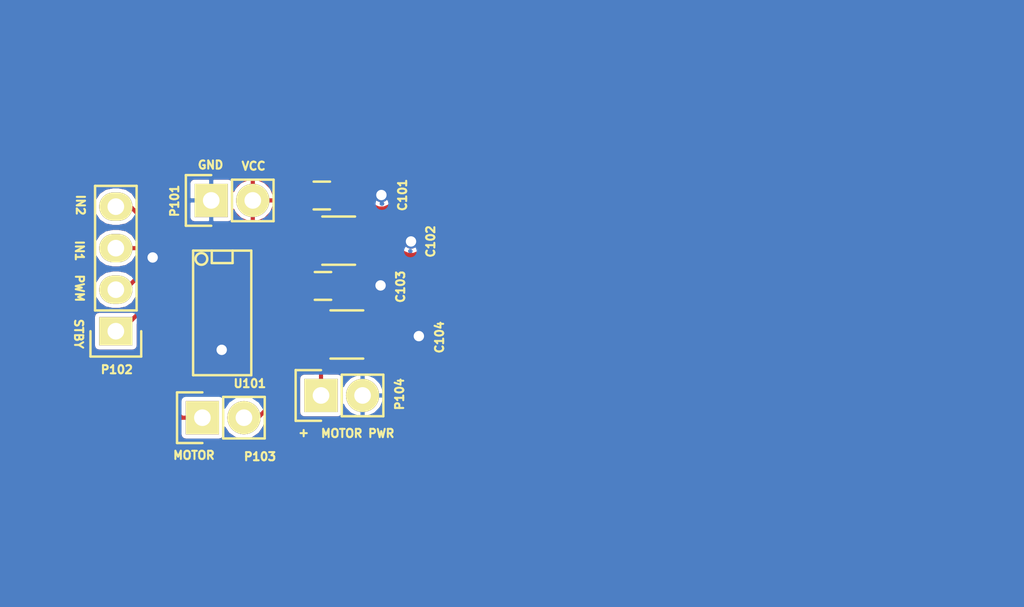
<source format=kicad_pcb>
(kicad_pcb (version 4) (host pcbnew "(2015-01-29 BZR 5396)-product")

  (general
    (links 29)
    (no_connects 0)
    (area 0 0 0 0)
    (thickness 1.6)
    (drawings 9)
    (tracks 86)
    (zones 0)
    (modules 9)
    (nets 10)
  )

  (page A4)
  (layers
    (0 F.Cu signal)
    (31 B.Cu signal hide)
    (32 B.Adhes user)
    (33 F.Adhes user)
    (34 B.Paste user)
    (35 F.Paste user)
    (36 B.SilkS user)
    (37 F.SilkS user)
    (38 B.Mask user)
    (39 F.Mask user)
    (40 Dwgs.User user)
    (41 Cmts.User user)
    (42 Eco1.User user)
    (43 Eco2.User user)
    (44 Edge.Cuts user)
    (45 Margin user)
    (46 B.CrtYd user)
    (47 F.CrtYd user)
    (48 B.Fab user)
    (49 F.Fab user)
  )

  (setup
    (last_trace_width 0.254)
    (trace_clearance 0.254)
    (zone_clearance 0.152)
    (zone_45_only no)
    (trace_min 0.254)
    (segment_width 0.2)
    (edge_width 0.1)
    (via_size 0.889)
    (via_drill 0.635)
    (via_min_size 0.889)
    (via_min_drill 0.508)
    (uvia_size 0.508)
    (uvia_drill 0.127)
    (uvias_allowed no)
    (uvia_min_size 0.508)
    (uvia_min_drill 0.127)
    (pcb_text_width 0.3)
    (pcb_text_size 1.5 1.5)
    (mod_edge_width 0.15)
    (mod_text_size 1 1)
    (mod_text_width 0.15)
    (pad_size 1.5 1.5)
    (pad_drill 0.6)
    (pad_to_mask_clearance 0)
    (aux_axis_origin 0 0)
    (visible_elements 7FFFFF7F)
    (pcbplotparams
      (layerselection 0x00030_80000001)
      (usegerberextensions false)
      (excludeedgelayer true)
      (linewidth 0.100000)
      (plotframeref false)
      (viasonmask false)
      (mode 1)
      (useauxorigin false)
      (hpglpennumber 1)
      (hpglpenspeed 20)
      (hpglpendiameter 15)
      (hpglpenoverlay 2)
      (psnegative false)
      (psa4output false)
      (plotreference true)
      (plotvalue true)
      (plotinvisibletext false)
      (padsonsilk false)
      (subtractmaskfromsilk false)
      (outputformat 1)
      (mirror false)
      (drillshape 1)
      (scaleselection 1)
      (outputdirectory ""))
  )

  (net 0 "")
  (net 1 "Net-(C101-Pad1)")
  (net 2 GND)
  (net 3 /PM+)
  (net 4 /PWM)
  (net 5 /IN2)
  (net 6 /IN1)
  (net 7 /STBY)
  (net 8 /M+)
  (net 9 "Net-(P103-Pad2)")

  (net_class Default "This is the default net class."
    (clearance 0.254)
    (trace_width 0.254)
    (via_dia 0.889)
    (via_drill 0.635)
    (uvia_dia 0.508)
    (uvia_drill 0.127)
    (add_net /IN1)
    (add_net /IN2)
    (add_net /M+)
    (add_net /PM+)
    (add_net /PWM)
    (add_net /STBY)
    (add_net GND)
    (add_net "Net-(C101-Pad1)")
    (add_net "Net-(P103-Pad2)")
  )

  (module Capacitors_SMD:C_0805_HandSoldering (layer F.Cu) (tedit 55ADACD0) (tstamp 55AD4503)
    (at 144 99.22)
    (descr "Capacitor SMD 0805, hand soldering")
    (tags "capacitor 0805")
    (path /55AD4EC6)
    (attr smd)
    (fp_text reference C101 (at 4.93 -0.03 90) (layer F.SilkS)
      (effects (font (size 0.5 0.5) (thickness 0.125)))
    )
    (fp_text value 0.1uf (at 0 2.1) (layer F.Fab) hide
      (effects (font (size 1 1) (thickness 0.15)))
    )
    (fp_line (start -2.3 -1) (end 2.3 -1) (layer F.CrtYd) (width 0.05))
    (fp_line (start -2.3 1) (end 2.3 1) (layer F.CrtYd) (width 0.05))
    (fp_line (start -2.3 -1) (end -2.3 1) (layer F.CrtYd) (width 0.05))
    (fp_line (start 2.3 -1) (end 2.3 1) (layer F.CrtYd) (width 0.05))
    (fp_line (start 0.5 -0.85) (end -0.5 -0.85) (layer F.SilkS) (width 0.15))
    (fp_line (start -0.5 0.85) (end 0.5 0.85) (layer F.SilkS) (width 0.15))
    (pad 1 smd rect (at -1.25 0) (size 1.5 1.25) (layers F.Cu F.Paste F.Mask)
      (net 1 "Net-(C101-Pad1)"))
    (pad 2 smd rect (at 1.25 0) (size 1.5 1.25) (layers F.Cu F.Paste F.Mask)
      (net 2 GND))
    (model Capacitors_SMD.3dshapes/C_0805_HandSoldering.wrl
      (at (xyz 0 0 0))
      (scale (xyz 1 1 1))
      (rotate (xyz 0 0 0))
    )
  )

  (module Capacitors_SMD:C_1210_HandSoldering (layer F.Cu) (tedit 55ADACD6) (tstamp 55AD4509)
    (at 145.03 101.98)
    (descr "Capacitor SMD 1210, hand soldering")
    (tags "capacitor 1210")
    (path /55AD4F1B)
    (attr smd)
    (fp_text reference C102 (at 5.62 0.05 90) (layer F.SilkS)
      (effects (font (size 0.5 0.5) (thickness 0.125)))
    )
    (fp_text value 10uf (at 0 2.7) (layer F.Fab) hide
      (effects (font (size 1 1) (thickness 0.15)))
    )
    (fp_line (start -3.3 -1.6) (end 3.3 -1.6) (layer F.CrtYd) (width 0.05))
    (fp_line (start -3.3 1.6) (end 3.3 1.6) (layer F.CrtYd) (width 0.05))
    (fp_line (start -3.3 -1.6) (end -3.3 1.6) (layer F.CrtYd) (width 0.05))
    (fp_line (start 3.3 -1.6) (end 3.3 1.6) (layer F.CrtYd) (width 0.05))
    (fp_line (start 1 -1.475) (end -1 -1.475) (layer F.SilkS) (width 0.15))
    (fp_line (start -1 1.475) (end 1 1.475) (layer F.SilkS) (width 0.15))
    (pad 1 smd rect (at -2 0) (size 2 2.5) (layers F.Cu F.Paste F.Mask)
      (net 1 "Net-(C101-Pad1)"))
    (pad 2 smd rect (at 2 0) (size 2 2.5) (layers F.Cu F.Paste F.Mask)
      (net 2 GND))
    (model Capacitors_SMD.3dshapes/C_1210_HandSoldering.wrl
      (at (xyz 0 0 0))
      (scale (xyz 1 1 1))
      (rotate (xyz 0 0 0))
    )
  )

  (module Capacitors_SMD:C_0805_HandSoldering (layer F.Cu) (tedit 55ADACD9) (tstamp 55AD450F)
    (at 144.07 104.75)
    (descr "Capacitor SMD 0805, hand soldering")
    (tags "capacitor 0805")
    (path /55AD3DC3)
    (attr smd)
    (fp_text reference C103 (at 4.74 0.05 90) (layer F.SilkS)
      (effects (font (size 0.5 0.5) (thickness 0.125)))
    )
    (fp_text value 0.1uf (at 0 2.1) (layer F.Fab) hide
      (effects (font (size 1 1) (thickness 0.15)))
    )
    (fp_line (start -2.3 -1) (end 2.3 -1) (layer F.CrtYd) (width 0.05))
    (fp_line (start -2.3 1) (end 2.3 1) (layer F.CrtYd) (width 0.05))
    (fp_line (start -2.3 -1) (end -2.3 1) (layer F.CrtYd) (width 0.05))
    (fp_line (start 2.3 -1) (end 2.3 1) (layer F.CrtYd) (width 0.05))
    (fp_line (start 0.5 -0.85) (end -0.5 -0.85) (layer F.SilkS) (width 0.15))
    (fp_line (start -0.5 0.85) (end 0.5 0.85) (layer F.SilkS) (width 0.15))
    (pad 1 smd rect (at -1.25 0) (size 1.5 1.25) (layers F.Cu F.Paste F.Mask)
      (net 3 /PM+))
    (pad 2 smd rect (at 1.25 0) (size 1.5 1.25) (layers F.Cu F.Paste F.Mask)
      (net 2 GND))
    (model Capacitors_SMD.3dshapes/C_0805_HandSoldering.wrl
      (at (xyz 0 0 0))
      (scale (xyz 1 1 1))
      (rotate (xyz 0 0 0))
    )
  )

  (module Capacitors_SMD:C_1210_HandSoldering (layer F.Cu) (tedit 55ADAC72) (tstamp 55AD4515)
    (at 145.53 107.72)
    (descr "Capacitor SMD 1210, hand soldering")
    (tags "capacitor 1210")
    (path /55AD3DEE)
    (attr smd)
    (fp_text reference C104 (at 5.66 0.17 90) (layer F.SilkS)
      (effects (font (size 0.5 0.5) (thickness 0.125)))
    )
    (fp_text value 10uf (at 0 2.7) (layer F.Fab) hide
      (effects (font (size 1 1) (thickness 0.15)))
    )
    (fp_line (start -3.3 -1.6) (end 3.3 -1.6) (layer F.CrtYd) (width 0.05))
    (fp_line (start -3.3 1.6) (end 3.3 1.6) (layer F.CrtYd) (width 0.05))
    (fp_line (start -3.3 -1.6) (end -3.3 1.6) (layer F.CrtYd) (width 0.05))
    (fp_line (start 3.3 -1.6) (end 3.3 1.6) (layer F.CrtYd) (width 0.05))
    (fp_line (start 1 -1.475) (end -1 -1.475) (layer F.SilkS) (width 0.15))
    (fp_line (start -1 1.475) (end 1 1.475) (layer F.SilkS) (width 0.15))
    (pad 1 smd rect (at -2 0) (size 2 2.5) (layers F.Cu F.Paste F.Mask)
      (net 3 /PM+))
    (pad 2 smd rect (at 2 0) (size 2 2.5) (layers F.Cu F.Paste F.Mask)
      (net 2 GND))
    (model Capacitors_SMD.3dshapes/C_1210_HandSoldering.wrl
      (at (xyz 0 0 0))
      (scale (xyz 1 1 1))
      (rotate (xyz 0 0 0))
    )
  )

  (module Pin_Headers:Pin_Header_Straight_1x02 (layer F.Cu) (tedit 55ADAB03) (tstamp 55ADB0CC)
    (at 137.24 99.52 90)
    (descr "Through hole pin header")
    (tags "pin header")
    (path /55AD4D74)
    (fp_text reference P101 (at -0.03 -2.24 90) (layer F.SilkS)
      (effects (font (size 0.5 0.5) (thickness 0.125)))
    )
    (fp_text value CONN_01X02 (at 0 -3.1 90) (layer F.Fab) hide
      (effects (font (size 1 1) (thickness 0.15)))
    )
    (fp_line (start 1.27 1.27) (end 1.27 3.81) (layer F.SilkS) (width 0.15))
    (fp_line (start 1.55 -1.55) (end 1.55 0) (layer F.SilkS) (width 0.15))
    (fp_line (start -1.75 -1.75) (end -1.75 4.3) (layer F.CrtYd) (width 0.05))
    (fp_line (start 1.75 -1.75) (end 1.75 4.3) (layer F.CrtYd) (width 0.05))
    (fp_line (start -1.75 -1.75) (end 1.75 -1.75) (layer F.CrtYd) (width 0.05))
    (fp_line (start -1.75 4.3) (end 1.75 4.3) (layer F.CrtYd) (width 0.05))
    (fp_line (start 1.27 1.27) (end -1.27 1.27) (layer F.SilkS) (width 0.15))
    (fp_line (start -1.55 0) (end -1.55 -1.55) (layer F.SilkS) (width 0.15))
    (fp_line (start -1.55 -1.55) (end 1.55 -1.55) (layer F.SilkS) (width 0.15))
    (fp_line (start -1.27 1.27) (end -1.27 3.81) (layer F.SilkS) (width 0.15))
    (fp_line (start -1.27 3.81) (end 1.27 3.81) (layer F.SilkS) (width 0.15))
    (pad 1 thru_hole rect (at 0 0 90) (size 2.032 2.032) (drill 1.016) (layers *.Cu *.Mask F.SilkS)
      (net 2 GND))
    (pad 2 thru_hole oval (at 0 2.54 90) (size 2.032 2.032) (drill 1.016) (layers *.Cu *.Mask F.SilkS)
      (net 1 "Net-(C101-Pad1)"))
    (model Pin_Headers.3dshapes/Pin_Header_Straight_1x02.wrl
      (at (xyz 0 -0.05 0))
      (scale (xyz 1 1 1))
      (rotate (xyz 0 0 90))
    )
  )

  (module Pin_Headers:Pin_Header_Straight_1x04 (layer F.Cu) (tedit 55ADACEA) (tstamp 55ADB0E0)
    (at 131.41 107.52 180)
    (descr "Through hole pin header")
    (tags "pin header")
    (path /55AD46A6)
    (fp_text reference P102 (at -0.06 -2.35 180) (layer F.SilkS)
      (effects (font (size 0.5 0.5) (thickness 0.125)))
    )
    (fp_text value CONN_01X04 (at 0 -3.1 180) (layer F.Fab) hide
      (effects (font (size 1 1) (thickness 0.15)))
    )
    (fp_line (start -1.75 -1.75) (end -1.75 9.4) (layer F.CrtYd) (width 0.05))
    (fp_line (start 1.75 -1.75) (end 1.75 9.4) (layer F.CrtYd) (width 0.05))
    (fp_line (start -1.75 -1.75) (end 1.75 -1.75) (layer F.CrtYd) (width 0.05))
    (fp_line (start -1.75 9.4) (end 1.75 9.4) (layer F.CrtYd) (width 0.05))
    (fp_line (start -1.27 1.27) (end -1.27 8.89) (layer F.SilkS) (width 0.15))
    (fp_line (start 1.27 1.27) (end 1.27 8.89) (layer F.SilkS) (width 0.15))
    (fp_line (start 1.55 -1.55) (end 1.55 0) (layer F.SilkS) (width 0.15))
    (fp_line (start -1.27 8.89) (end 1.27 8.89) (layer F.SilkS) (width 0.15))
    (fp_line (start 1.27 1.27) (end -1.27 1.27) (layer F.SilkS) (width 0.15))
    (fp_line (start -1.55 0) (end -1.55 -1.55) (layer F.SilkS) (width 0.15))
    (fp_line (start -1.55 -1.55) (end 1.55 -1.55) (layer F.SilkS) (width 0.15))
    (pad 1 thru_hole rect (at 0 0 180) (size 2.032 1.7272) (drill 1.016) (layers *.Cu *.Mask F.SilkS)
      (net 7 /STBY))
    (pad 2 thru_hole oval (at 0 2.54 180) (size 2.032 1.7272) (drill 1.016) (layers *.Cu *.Mask F.SilkS)
      (net 4 /PWM))
    (pad 3 thru_hole oval (at 0 5.08 180) (size 2.032 1.7272) (drill 1.016) (layers *.Cu *.Mask F.SilkS)
      (net 6 /IN1))
    (pad 4 thru_hole oval (at 0 7.62 180) (size 2.032 1.7272) (drill 1.016) (layers *.Cu *.Mask F.SilkS)
      (net 5 /IN2))
    (model Pin_Headers.3dshapes/Pin_Header_Straight_1x04.wrl
      (at (xyz 0 -0.15 0))
      (scale (xyz 1 1 1))
      (rotate (xyz 0 0 90))
    )
  )

  (module Pin_Headers:Pin_Header_Straight_1x02 (layer F.Cu) (tedit 55ADAAF4) (tstamp 55AD4529)
    (at 136.7 112.81 90)
    (descr "Through hole pin header")
    (tags "pin header")
    (path /55AD3F2F)
    (fp_text reference P103 (at -2.38 3.52 180) (layer F.SilkS)
      (effects (font (size 0.5 0.5) (thickness 0.125)))
    )
    (fp_text value CONN_01X02 (at 0 -3.1 90) (layer F.Fab) hide
      (effects (font (size 1 1) (thickness 0.15)))
    )
    (fp_line (start 1.27 1.27) (end 1.27 3.81) (layer F.SilkS) (width 0.15))
    (fp_line (start 1.55 -1.55) (end 1.55 0) (layer F.SilkS) (width 0.15))
    (fp_line (start -1.75 -1.75) (end -1.75 4.3) (layer F.CrtYd) (width 0.05))
    (fp_line (start 1.75 -1.75) (end 1.75 4.3) (layer F.CrtYd) (width 0.05))
    (fp_line (start -1.75 -1.75) (end 1.75 -1.75) (layer F.CrtYd) (width 0.05))
    (fp_line (start -1.75 4.3) (end 1.75 4.3) (layer F.CrtYd) (width 0.05))
    (fp_line (start 1.27 1.27) (end -1.27 1.27) (layer F.SilkS) (width 0.15))
    (fp_line (start -1.55 0) (end -1.55 -1.55) (layer F.SilkS) (width 0.15))
    (fp_line (start -1.55 -1.55) (end 1.55 -1.55) (layer F.SilkS) (width 0.15))
    (fp_line (start -1.27 1.27) (end -1.27 3.81) (layer F.SilkS) (width 0.15))
    (fp_line (start -1.27 3.81) (end 1.27 3.81) (layer F.SilkS) (width 0.15))
    (pad 1 thru_hole rect (at 0 0 90) (size 2.032 2.032) (drill 1.016) (layers *.Cu *.Mask F.SilkS)
      (net 8 /M+))
    (pad 2 thru_hole oval (at 0 2.54 90) (size 2.032 2.032) (drill 1.016) (layers *.Cu *.Mask F.SilkS)
      (net 9 "Net-(P103-Pad2)"))
    (model Pin_Headers.3dshapes/Pin_Header_Straight_1x02.wrl
      (at (xyz 0 -0.05 0))
      (scale (xyz 1 1 1))
      (rotate (xyz 0 0 90))
    )
  )

  (module Pin_Headers:Pin_Header_Straight_1x02 (layer F.Cu) (tedit 55ADB451) (tstamp 55AD452F)
    (at 143.95 111.45 90)
    (descr "Through hole pin header")
    (tags "pin header")
    (path /55AD3E97)
    (fp_text reference P104 (at 0.08 4.8 270) (layer F.SilkS)
      (effects (font (size 0.5 0.5) (thickness 0.125)))
    )
    (fp_text value CONN_01X02 (at 0 -3.1 90) (layer F.Fab) hide
      (effects (font (size 1 1) (thickness 0.15)))
    )
    (fp_line (start 1.27 1.27) (end 1.27 3.81) (layer F.SilkS) (width 0.15))
    (fp_line (start 1.55 -1.55) (end 1.55 0) (layer F.SilkS) (width 0.15))
    (fp_line (start -1.75 -1.75) (end -1.75 4.3) (layer F.CrtYd) (width 0.05))
    (fp_line (start 1.75 -1.75) (end 1.75 4.3) (layer F.CrtYd) (width 0.05))
    (fp_line (start -1.75 -1.75) (end 1.75 -1.75) (layer F.CrtYd) (width 0.05))
    (fp_line (start -1.75 4.3) (end 1.75 4.3) (layer F.CrtYd) (width 0.05))
    (fp_line (start 1.27 1.27) (end -1.27 1.27) (layer F.SilkS) (width 0.15))
    (fp_line (start -1.55 0) (end -1.55 -1.55) (layer F.SilkS) (width 0.15))
    (fp_line (start -1.55 -1.55) (end 1.55 -1.55) (layer F.SilkS) (width 0.15))
    (fp_line (start -1.27 1.27) (end -1.27 3.81) (layer F.SilkS) (width 0.15))
    (fp_line (start -1.27 3.81) (end 1.27 3.81) (layer F.SilkS) (width 0.15))
    (pad 1 thru_hole rect (at 0 0 90) (size 2.032 2.032) (drill 1.016) (layers *.Cu *.Mask F.SilkS)
      (net 3 /PM+))
    (pad 2 thru_hole oval (at 0 2.54 90) (size 2.032 2.032) (drill 1.016) (layers *.Cu *.Mask F.SilkS)
      (net 2 GND))
    (model Pin_Headers.3dshapes/Pin_Header_Straight_1x02.wrl
      (at (xyz 0 -0.05 0))
      (scale (xyz 1 1 1))
      (rotate (xyz 0 0 90))
    )
  )

  (module SMD_Packages:SSOP-20 (layer F.Cu) (tedit 55ADAD07) (tstamp 55AD4547)
    (at 137.91 106.4 270)
    (descr "SSOP 20 pins")
    (tags "CMS SSOP SMD")
    (path /55AAE95A)
    (attr smd)
    (fp_text reference U101 (at 4.32 -1.69 360) (layer F.SilkS)
      (effects (font (size 0.5 0.5) (thickness 0.125)))
    )
    (fp_text value TB6593FNG (at 0 0.635 270) (layer F.Fab) hide
      (effects (font (size 1 1) (thickness 0.15)))
    )
    (fp_line (start 3.81 -1.778) (end -3.81 -1.778) (layer F.SilkS) (width 0.15))
    (fp_line (start -3.81 1.778) (end 3.81 1.778) (layer F.SilkS) (width 0.15))
    (fp_line (start 3.81 -1.778) (end 3.81 1.778) (layer F.SilkS) (width 0.15))
    (fp_line (start -3.81 1.778) (end -3.81 -1.778) (layer F.SilkS) (width 0.15))
    (fp_circle (center -3.302 1.27) (end -3.556 1.016) (layer F.SilkS) (width 0.15))
    (fp_line (start -3.81 -0.635) (end -3.048 -0.635) (layer F.SilkS) (width 0.15))
    (fp_line (start -3.048 -0.635) (end -3.048 0.635) (layer F.SilkS) (width 0.15))
    (fp_line (start -3.048 0.635) (end -3.81 0.635) (layer F.SilkS) (width 0.15))
    (pad 1 smd rect (at -2.921 2.667 270) (size 0.4064 1.27) (layers F.Cu F.Paste F.Mask)
      (net 2 GND))
    (pad 2 smd rect (at -2.286 2.667 270) (size 0.4064 1.27) (layers F.Cu F.Paste F.Mask)
      (net 4 /PWM))
    (pad 3 smd rect (at -1.6256 2.667 270) (size 0.4064 1.27) (layers F.Cu F.Paste F.Mask)
      (net 7 /STBY))
    (pad 4 smd rect (at -0.9652 2.667 270) (size 0.4064 1.27) (layers F.Cu F.Paste F.Mask)
      (net 3 /PM+))
    (pad 5 smd rect (at -0.3302 2.667 270) (size 0.4064 1.27) (layers F.Cu F.Paste F.Mask)
      (net 3 /PM+))
    (pad 6 smd rect (at 0.3302 2.667 270) (size 0.4064 1.27) (layers F.Cu F.Paste F.Mask)
      (net 8 /M+))
    (pad 7 smd rect (at 0.9906 2.667 270) (size 0.4064 1.27) (layers F.Cu F.Paste F.Mask)
      (net 8 /M+))
    (pad 8 smd rect (at 1.6256 2.667 270) (size 0.4064 1.27) (layers F.Cu F.Paste F.Mask)
      (net 2 GND))
    (pad 9 smd rect (at 2.286 2.667 270) (size 0.4064 1.27) (layers F.Cu F.Paste F.Mask)
      (net 2 GND))
    (pad 10 smd rect (at 2.921 2.667 270) (size 0.4064 1.27) (layers F.Cu F.Paste F.Mask)
      (net 2 GND))
    (pad 11 smd rect (at 2.921 -2.667 270) (size 0.4064 1.27) (layers F.Cu F.Paste F.Mask)
      (net 2 GND))
    (pad 12 smd rect (at 2.286 -2.667 270) (size 0.4064 1.27) (layers F.Cu F.Paste F.Mask)
      (net 2 GND))
    (pad 13 smd rect (at 1.6256 -2.667 270) (size 0.4064 1.27) (layers F.Cu F.Paste F.Mask)
      (net 2 GND))
    (pad 14 smd rect (at 0.9906 -2.667 270) (size 0.4064 1.27) (layers F.Cu F.Paste F.Mask)
      (net 9 "Net-(P103-Pad2)"))
    (pad 15 smd rect (at 0.3302 -2.667 270) (size 0.4064 1.27) (layers F.Cu F.Paste F.Mask)
      (net 9 "Net-(P103-Pad2)"))
    (pad 16 smd rect (at -0.3302 -2.667 270) (size 0.4064 1.27) (layers F.Cu F.Paste F.Mask)
      (net 3 /PM+))
    (pad 17 smd rect (at -0.9652 -2.667 270) (size 0.4064 1.27) (layers F.Cu F.Paste F.Mask)
      (net 3 /PM+))
    (pad 18 smd rect (at -1.6256 -2.667 270) (size 0.4064 1.27) (layers F.Cu F.Paste F.Mask)
      (net 6 /IN1))
    (pad 19 smd rect (at -2.286 -2.667 270) (size 0.4064 1.27) (layers F.Cu F.Paste F.Mask)
      (net 5 /IN2))
    (pad 20 smd rect (at -2.921 -2.667 270) (size 0.4064 1.27) (layers F.Cu F.Paste F.Mask)
      (net 1 "Net-(C101-Pad1)"))
    (model SMD_Packages.3dshapes/SSOP-20.wrl
      (at (xyz 0 0 0))
      (scale (xyz 0.255 0.33 0.3))
      (rotate (xyz 0 0 0))
    )
  )

  (gr_text GND (at 137.2 97.35) (layer F.SilkS)
    (effects (font (size 0.5 0.5) (thickness 0.125)))
  )
  (gr_text VCC (at 139.83 97.42) (layer F.SilkS)
    (effects (font (size 0.5 0.5) (thickness 0.125)))
  )
  (gr_text + (at 142.89 113.72) (layer F.SilkS)
    (effects (font (size 0.5 0.5) (thickness 0.125)))
  )
  (gr_text "MOTOR PWR" (at 146.19 113.77) (layer F.SilkS)
    (effects (font (size 0.5 0.5) (thickness 0.125)))
  )
  (gr_text MOTOR (at 136.18 115.11) (layer F.SilkS)
    (effects (font (size 0.5 0.5) (thickness 0.125)))
  )
  (gr_text IN2 (at 129.25 99.8 270) (layer F.SilkS)
    (effects (font (size 0.5 0.5) (thickness 0.125)))
  )
  (gr_text IN1 (at 129.19 102.6 270) (layer F.SilkS)
    (effects (font (size 0.5 0.5) (thickness 0.125)))
  )
  (gr_text PWM (at 129.19 104.89 270) (layer F.SilkS)
    (effects (font (size 0.5 0.5) (thickness 0.125)))
  )
  (gr_text STBY (at 129.14 107.68 270) (layer F.SilkS)
    (effects (font (size 0.5 0.5) (thickness 0.125)))
  )

  (segment (start 147.66 99.72) (end 147.69 99.72) (width 0.254) (layer B.Cu) (net 0) (tstamp 55ADABCF))
  (segment (start 149.4 102.62) (end 149.42 102.62) (width 0.254) (layer B.Cu) (net 0) (tstamp 55ADABC9))
  (segment (start 135.243 103.479) (end 134.129 103.479) (width 0.254) (layer F.Cu) (net 2))
  (via (at 133.66 103.01) (size 0.889) (layers F.Cu B.Cu) (net 2))
  (segment (start 134.129 103.479) (end 133.66 103.01) (width 0.254) (layer F.Cu) (net 2) (tstamp 55ADB2E6))
  (segment (start 140.577 109.321) (end 138.541 109.321) (width 0.254) (layer F.Cu) (net 2))
  (via (at 137.88 108.66) (size 0.889) (layers F.Cu B.Cu) (net 2))
  (segment (start 138.541 109.321) (end 137.88 108.66) (width 0.254) (layer F.Cu) (net 2) (tstamp 55ADAD99))
  (segment (start 140.577 108.686) (end 137.906 108.686) (width 0.254) (layer F.Cu) (net 2))
  (segment (start 137.906 108.686) (end 137.88 108.66) (width 0.254) (layer F.Cu) (net 2) (tstamp 55ADAD96))
  (segment (start 140.577 108.0256) (end 138.5144 108.0256) (width 0.254) (layer F.Cu) (net 2))
  (segment (start 138.5144 108.0256) (end 137.88 108.66) (width 0.254) (layer F.Cu) (net 2) (tstamp 55ADAD93))
  (segment (start 135.243 109.321) (end 137.219 109.321) (width 0.254) (layer F.Cu) (net 2))
  (segment (start 137.219 109.321) (end 137.88 108.66) (width 0.254) (layer F.Cu) (net 2) (tstamp 55ADAD90))
  (segment (start 135.243 108.686) (end 137.854 108.686) (width 0.254) (layer F.Cu) (net 2))
  (segment (start 137.2456 108.0256) (end 137.88 108.66) (width 0.254) (layer F.Cu) (net 2) (tstamp 55ADAD89))
  (segment (start 137.2456 108.0256) (end 135.243 108.0256) (width 0.254) (layer F.Cu) (net 2))
  (segment (start 137.854 108.686) (end 137.88 108.66) (width 0.254) (layer F.Cu) (net 2) (tstamp 55ADAD8D))
  (segment (start 145.25 99.22) (end 147.61 99.22) (width 0.254) (layer F.Cu) (net 2) (status 10))
  (via (at 147.64 99.19) (size 0.889) (layers F.Cu B.Cu) (net 2))
  (segment (start 147.61 99.22) (end 147.64 99.19) (width 0.254) (layer F.Cu) (net 2) (tstamp 55ADABCD))
  (segment (start 147.03 101.98) (end 149.4 101.98) (width 0.254) (layer F.Cu) (net 2))
  (via (at 149.45 102.03) (size 0.889) (layers F.Cu B.Cu) (net 2))
  (segment (start 149.4 101.98) (end 149.45 102.03) (width 0.254) (layer F.Cu) (net 2) (tstamp 55ADABC7))
  (segment (start 145.32 104.75) (end 147.56 104.75) (width 0.254) (layer F.Cu) (net 2))
  (via (at 147.59 104.72) (size 0.889) (layers F.Cu B.Cu) (net 2))
  (segment (start 147.56 104.75) (end 147.59 104.72) (width 0.254) (layer F.Cu) (net 2) (tstamp 55ADA914))
  (segment (start 147.53 107.72) (end 149.83 107.72) (width 0.254) (layer F.Cu) (net 2))
  (via (at 149.93 107.82) (size 0.889) (layers F.Cu B.Cu) (net 2))
  (segment (start 149.83 107.72) (end 149.93 107.82) (width 0.254) (layer F.Cu) (net 2) (tstamp 55ADA8E4))
  (segment (start 140.577 106.0698) (end 141.9602 106.0698) (width 0.254) (layer F.Cu) (net 3))
  (segment (start 141.9602 106.0698) (end 142.82 105.21) (width 0.254) (layer F.Cu) (net 3) (tstamp 55ADAEC4))
  (segment (start 142.82 105.21) (end 142.82 104.75) (width 0.254) (layer F.Cu) (net 3) (tstamp 55ADAEC8))
  (segment (start 140.577 105.4348) (end 142.1352 105.4348) (width 0.254) (layer F.Cu) (net 3))
  (segment (start 142.1352 105.4348) (end 142.82 104.75) (width 0.254) (layer F.Cu) (net 3) (tstamp 55ADAEA0))
  (segment (start 142.1352 105.4348) (end 142.82 104.75) (width 0.254) (layer F.Cu) (net 3) (tstamp 55ADAE9A))
  (segment (start 142.82 104.75) (end 142.82 107.01) (width 0.254) (layer F.Cu) (net 3))
  (segment (start 142.82 107.01) (end 143.53 107.72) (width 0.254) (layer F.Cu) (net 3) (tstamp 55ADAE96))
  (segment (start 143.29 107.48) (end 143.53 107.72) (width 0.254) (layer F.Cu) (net 3) (tstamp 55ADABD6))
  (segment (start 142.8052 104.7648) (end 142.82 104.75) (width 0.254) (layer F.Cu) (net 3) (tstamp 55ADA99A))
  (segment (start 135.243 106.0698) (end 137.6802 106.0698) (width 0.254) (layer F.Cu) (net 3))
  (segment (start 137.6802 106.0698) (end 137.97 105.78) (width 0.254) (layer F.Cu) (net 3) (tstamp 55ADA994))
  (segment (start 140.577 106.0698) (end 138.2598 106.0698) (width 0.254) (layer F.Cu) (net 3))
  (segment (start 138.2598 106.0698) (end 137.97 105.78) (width 0.254) (layer F.Cu) (net 3) (tstamp 55ADA991))
  (segment (start 137.97 105.78) (end 137.915 105.725) (width 0.254) (layer F.Cu) (net 3) (tstamp 55ADA997))
  (segment (start 137.915 105.725) (end 138.055 105.725) (width 0.254) (layer F.Cu) (net 3))
  (segment (start 138.3452 105.4348) (end 140.577 105.4348) (width 0.254) (layer F.Cu) (net 3) (tstamp 55ADA98E))
  (segment (start 138.055 105.725) (end 138.3452 105.4348) (width 0.254) (layer F.Cu) (net 3) (tstamp 55ADA98D))
  (segment (start 135.243 105.4348) (end 137.6248 105.4348) (width 0.254) (layer F.Cu) (net 3))
  (segment (start 137.6248 105.4348) (end 137.915 105.725) (width 0.254) (layer F.Cu) (net 3) (tstamp 55ADA986))
  (segment (start 137.915 105.725) (end 137.94 105.75) (width 0.254) (layer F.Cu) (net 3) (tstamp 55ADA98B))
  (segment (start 143.95 111.45) (end 143.95 108.14) (width 0.254) (layer F.Cu) (net 3))
  (segment (start 143.95 108.14) (end 143.53 107.72) (width 0.254) (layer F.Cu) (net 3) (tstamp 55ADA90A))
  (segment (start 131.41 104.98) (end 131.98 104.98) (width 0.254) (layer F.Cu) (net 4))
  (segment (start 131.98 104.98) (end 132.846 104.114) (width 0.254) (layer F.Cu) (net 4) (tstamp 55ADB2AA))
  (segment (start 132.846 104.114) (end 135.243 104.114) (width 0.254) (layer F.Cu) (net 4) (tstamp 55ADB2AB))
  (segment (start 131.41 99.9) (end 132.31 99.9) (width 0.254) (layer F.Cu) (net 5))
  (segment (start 132.31 99.9) (end 133.75 101.34) (width 0.254) (layer F.Cu) (net 5) (tstamp 55ADB321))
  (segment (start 133.75 101.34) (end 136.18 101.34) (width 0.254) (layer F.Cu) (net 5) (tstamp 55ADB325))
  (segment (start 136.18 101.34) (end 138.954 104.114) (width 0.254) (layer F.Cu) (net 5) (tstamp 55ADB32F))
  (segment (start 138.954 104.114) (end 140.577 104.114) (width 0.254) (layer F.Cu) (net 5) (tstamp 55ADB336))
  (segment (start 131.41 102.44) (end 132.84 102.44) (width 0.254) (layer F.Cu) (net 6))
  (segment (start 138.5044 104.7744) (end 140.577 104.7744) (width 0.254) (layer F.Cu) (net 6) (tstamp 55ADB314))
  (segment (start 135.85 102.12) (end 138.5044 104.7744) (width 0.254) (layer F.Cu) (net 6) (tstamp 55ADB301))
  (segment (start 133.16 102.12) (end 135.85 102.12) (width 0.254) (layer F.Cu) (net 6) (tstamp 55ADB2F8))
  (segment (start 132.84 102.44) (end 133.16 102.12) (width 0.254) (layer F.Cu) (net 6) (tstamp 55ADB2F4))
  (segment (start 131.41 107.52) (end 131.7 107.52) (width 0.254) (layer F.Cu) (net 7))
  (segment (start 131.7 107.52) (end 133.5 105.72) (width 0.254) (layer F.Cu) (net 7) (tstamp 55ADB298))
  (segment (start 133.5 105.72) (end 133.5 104.96) (width 0.254) (layer F.Cu) (net 7) (tstamp 55ADB2A2))
  (segment (start 133.5 104.96) (end 133.6856 104.7744) (width 0.254) (layer F.Cu) (net 7) (tstamp 55ADB2A4))
  (segment (start 133.6856 104.7744) (end 135.243 104.7744) (width 0.254) (layer F.Cu) (net 7) (tstamp 55ADB2A6))
  (segment (start 136.7 112.81) (end 135.44 112.81) (width 0.254) (layer F.Cu) (net 8))
  (segment (start 133.68 111.05) (end 133.68 106.99) (width 0.254) (layer F.Cu) (net 8) (tstamp 55ADB023))
  (segment (start 135.44 112.81) (end 133.68 111.05) (width 0.254) (layer F.Cu) (net 8) (tstamp 55ADB020))
  (segment (start 135.243 107.3906) (end 134.0806 107.3906) (width 0.254) (layer F.Cu) (net 8))
  (segment (start 134.0806 107.3906) (end 133.68 106.99) (width 0.254) (layer F.Cu) (net 8) (tstamp 55ADAFB5))
  (segment (start 135.243 106.7302) (end 133.9398 106.7302) (width 0.254) (layer F.Cu) (net 8))
  (segment (start 133.9398 106.7302) (end 133.68 106.99) (width 0.254) (layer F.Cu) (net 8) (tstamp 55ADADA5))
  (segment (start 133.68 106.99) (end 133.66 107.01) (width 0.254) (layer F.Cu) (net 8) (tstamp 55ADADAF))
  (segment (start 139.24 112.81) (end 140.1 112.81) (width 0.254) (layer F.Cu) (net 9))
  (segment (start 140.1 112.81) (end 141.82 111.09) (width 0.254) (layer F.Cu) (net 9) (tstamp 55ADB01B))
  (segment (start 141.82 111.09) (end 141.82 107.23) (width 0.254) (layer F.Cu) (net 9) (tstamp 55ADB01C))
  (segment (start 140.577 107.3906) (end 141.6594 107.3906) (width 0.254) (layer F.Cu) (net 9))
  (segment (start 141.6594 107.3906) (end 141.82 107.23) (width 0.254) (layer F.Cu) (net 9) (tstamp 55ADAF54))
  (segment (start 140.577 106.7302) (end 141.3202 106.7302) (width 0.254) (layer F.Cu) (net 9))
  (segment (start 141.3202 106.7302) (end 141.82 107.23) (width 0.254) (layer F.Cu) (net 9) (tstamp 55ADAF35))

  (zone (net 1) (net_name "Net-(C101-Pad1)") (layer F.Cu) (tstamp 55ADA793) (hatch edge 0.508)
    (connect_pads (clearance 0.152))
    (min_thickness 0.152)
    (fill yes (arc_segments 16) (thermal_gap 0.254) (thermal_bridge_width 0.254))
    (polygon
      (pts
        (xy 124.33 88.9) (xy 124.61 122.74) (xy 186.36 124.42) (xy 186.92 87.26)
      )
    )
    (filled_polygon
      (pts
        (xy 186.842815 87.338049) (xy 186.285168 124.341936) (xy 150.704634 123.373914) (xy 150.704634 107.666618) (xy 150.586972 107.381854)
        (xy 150.369292 107.163794) (xy 150.224634 107.103726) (xy 150.224634 101.876618) (xy 150.106972 101.591854) (xy 149.889292 101.373794)
        (xy 149.604733 101.255635) (xy 149.296618 101.255366) (xy 149.011854 101.373028) (xy 148.86162 101.523) (xy 148.414634 101.523)
        (xy 148.414634 99.036618) (xy 148.296972 98.751854) (xy 148.079292 98.533794) (xy 147.794733 98.415635) (xy 147.486618 98.415366)
        (xy 147.201854 98.533028) (xy 146.983794 98.750708) (xy 146.978689 98.763) (xy 146.336465 98.763) (xy 146.336465 98.595)
        (xy 146.312051 98.469172) (xy 146.239405 98.358581) (xy 146.129734 98.284552) (xy 146 98.258535) (xy 144.5 98.258535)
        (xy 144.374172 98.282949) (xy 144.263581 98.355595) (xy 144.189552 98.465266) (xy 144.163535 98.595) (xy 144.163535 99.845)
        (xy 144.187949 99.970828) (xy 144.260595 100.081419) (xy 144.370266 100.155448) (xy 144.5 100.181465) (xy 146 100.181465)
        (xy 146.125828 100.157051) (xy 146.236419 100.084405) (xy 146.310448 99.974734) (xy 146.336465 99.845) (xy 146.336465 99.677)
        (xy 147.031796 99.677) (xy 147.200708 99.846206) (xy 147.485267 99.964365) (xy 147.793382 99.964634) (xy 148.078146 99.846972)
        (xy 148.296206 99.629292) (xy 148.414365 99.344733) (xy 148.414634 99.036618) (xy 148.414634 101.523) (xy 148.366465 101.523)
        (xy 148.366465 100.73) (xy 148.342051 100.604172) (xy 148.269405 100.493581) (xy 148.159734 100.419552) (xy 148.03 100.393535)
        (xy 146.03 100.393535) (xy 145.904172 100.417949) (xy 145.793581 100.490595) (xy 145.719552 100.600266) (xy 145.693535 100.73)
        (xy 145.693535 103.23) (xy 145.717949 103.355828) (xy 145.790595 103.466419) (xy 145.900266 103.540448) (xy 146.03 103.566465)
        (xy 148.03 103.566465) (xy 148.155828 103.542051) (xy 148.266419 103.469405) (xy 148.340448 103.359734) (xy 148.366465 103.23)
        (xy 148.366465 102.437) (xy 148.780158 102.437) (xy 148.793028 102.468146) (xy 149.010708 102.686206) (xy 149.295267 102.804365)
        (xy 149.603382 102.804634) (xy 149.888146 102.686972) (xy 150.106206 102.469292) (xy 150.224365 102.184733) (xy 150.224634 101.876618)
        (xy 150.224634 107.103726) (xy 150.084733 107.045635) (xy 149.776618 107.045366) (xy 149.491854 107.163028) (xy 149.391707 107.263)
        (xy 148.866465 107.263) (xy 148.866465 106.47) (xy 148.842051 106.344172) (xy 148.769405 106.233581) (xy 148.659734 106.159552)
        (xy 148.53 106.133535) (xy 148.364634 106.133535) (xy 148.364634 104.566618) (xy 148.246972 104.281854) (xy 148.029292 104.063794)
        (xy 147.744733 103.945635) (xy 147.436618 103.945366) (xy 147.151854 104.063028) (xy 146.933794 104.280708) (xy 146.928689 104.293)
        (xy 146.406465 104.293) (xy 146.406465 104.125) (xy 146.382051 103.999172) (xy 146.309405 103.888581) (xy 146.199734 103.814552)
        (xy 146.07 103.788535) (xy 144.57 103.788535) (xy 144.444172 103.812949) (xy 144.36 103.86824) (xy 144.36 103.295641)
        (xy 144.36 103.164359) (xy 144.36 102.1135) (xy 144.36 101.8465) (xy 144.36 100.795641) (xy 144.36 100.664359)
        (xy 144.30976 100.54307) (xy 144.21693 100.450239) (xy 144.095641 100.4) (xy 143.83 100.4) (xy 143.83 99.910641)
        (xy 143.83 99.779359) (xy 143.83 99.3535) (xy 143.83 99.0865) (xy 143.83 98.660641) (xy 143.83 98.529359)
        (xy 143.77976 98.40807) (xy 143.68693 98.315239) (xy 143.565641 98.265) (xy 142.8835 98.265) (xy 142.801 98.3475)
        (xy 142.801 99.169) (xy 143.7475 99.169) (xy 143.83 99.0865) (xy 143.83 99.3535) (xy 143.7475 99.271)
        (xy 142.801 99.271) (xy 142.801 100.0925) (xy 142.8835 100.175) (xy 143.565641 100.175) (xy 143.68693 100.124761)
        (xy 143.77976 100.03193) (xy 143.83 99.910641) (xy 143.83 100.4) (xy 143.1635 100.4) (xy 143.081 100.4825)
        (xy 143.081 101.929) (xy 144.2775 101.929) (xy 144.36 101.8465) (xy 144.36 102.1135) (xy 144.2775 102.031)
        (xy 143.081 102.031) (xy 143.081 103.4775) (xy 143.1635 103.56) (xy 144.095641 103.56) (xy 144.21693 103.509761)
        (xy 144.30976 103.41693) (xy 144.36 103.295641) (xy 144.36 103.86824) (xy 144.333581 103.885595) (xy 144.259552 103.995266)
        (xy 144.233535 104.125) (xy 144.233535 105.375) (xy 144.257949 105.500828) (xy 144.330595 105.611419) (xy 144.440266 105.685448)
        (xy 144.57 105.711465) (xy 146.07 105.711465) (xy 146.195828 105.687051) (xy 146.306419 105.614405) (xy 146.380448 105.504734)
        (xy 146.406465 105.375) (xy 146.406465 105.207) (xy 146.981796 105.207) (xy 147.150708 105.376206) (xy 147.435267 105.494365)
        (xy 147.743382 105.494634) (xy 148.028146 105.376972) (xy 148.246206 105.159292) (xy 148.364365 104.874733) (xy 148.364634 104.566618)
        (xy 148.364634 106.133535) (xy 146.53 106.133535) (xy 146.404172 106.157949) (xy 146.293581 106.230595) (xy 146.219552 106.340266)
        (xy 146.193535 106.47) (xy 146.193535 108.97) (xy 146.217949 109.095828) (xy 146.290595 109.206419) (xy 146.400266 109.280448)
        (xy 146.53 109.306465) (xy 148.53 109.306465) (xy 148.655828 109.282051) (xy 148.766419 109.209405) (xy 148.840448 109.099734)
        (xy 148.866465 108.97) (xy 148.866465 108.177) (xy 149.239499 108.177) (xy 149.273028 108.258146) (xy 149.490708 108.476206)
        (xy 149.775267 108.594365) (xy 150.083382 108.594634) (xy 150.368146 108.476972) (xy 150.586206 108.259292) (xy 150.704365 107.974733)
        (xy 150.704634 107.666618) (xy 150.704634 123.373914) (xy 147.836 123.295869) (xy 147.836 111.47637) (xy 147.836 111.42363)
        (xy 147.733542 110.908538) (xy 147.441766 110.471864) (xy 147.005092 110.180088) (xy 146.49 110.07763) (xy 145.974908 110.180088)
        (xy 145.538234 110.471864) (xy 145.302465 110.824717) (xy 145.302465 110.434) (xy 145.278051 110.308172) (xy 145.205405 110.197581)
        (xy 145.095734 110.123552) (xy 144.966 110.097535) (xy 144.407 110.097535) (xy 144.407 109.306465) (xy 144.53 109.306465)
        (xy 144.655828 109.282051) (xy 144.766419 109.209405) (xy 144.840448 109.099734) (xy 144.866465 108.97) (xy 144.866465 106.47)
        (xy 144.842051 106.344172) (xy 144.769405 106.233581) (xy 144.659734 106.159552) (xy 144.53 106.133535) (xy 143.277 106.133535)
        (xy 143.277 105.711465) (xy 143.57 105.711465) (xy 143.695828 105.687051) (xy 143.806419 105.614405) (xy 143.880448 105.504734)
        (xy 143.906465 105.375) (xy 143.906465 104.125) (xy 143.882051 103.999172) (xy 143.809405 103.888581) (xy 143.699734 103.814552)
        (xy 143.57 103.788535) (xy 142.979 103.788535) (xy 142.979 103.4775) (xy 142.979 102.031) (xy 142.979 101.929)
        (xy 142.979 100.4825) (xy 142.8965 100.4) (xy 142.699 100.4) (xy 142.699 100.0925) (xy 142.699 99.271)
        (xy 142.699 99.169) (xy 142.699 98.3475) (xy 142.6165 98.265) (xy 141.934359 98.265) (xy 141.81307 98.315239)
        (xy 141.72024 98.40807) (xy 141.67 98.529359) (xy 141.67 98.660641) (xy 141.67 99.0865) (xy 141.7525 99.169)
        (xy 142.699 99.169) (xy 142.699 99.271) (xy 141.7525 99.271) (xy 141.67 99.3535) (xy 141.67 99.779359)
        (xy 141.67 99.910641) (xy 141.72024 100.03193) (xy 141.81307 100.124761) (xy 141.934359 100.175) (xy 142.6165 100.175)
        (xy 142.699 100.0925) (xy 142.699 100.4) (xy 141.964359 100.4) (xy 141.84307 100.450239) (xy 141.75024 100.54307)
        (xy 141.7 100.664359) (xy 141.7 100.795641) (xy 141.7 101.8465) (xy 141.7825 101.929) (xy 142.979 101.929)
        (xy 142.979 102.031) (xy 141.7825 102.031) (xy 141.7 102.1135) (xy 141.7 103.164359) (xy 141.7 103.295641)
        (xy 141.75024 103.41693) (xy 141.84307 103.509761) (xy 141.964359 103.56) (xy 142.8965 103.56) (xy 142.979 103.4775)
        (xy 142.979 103.788535) (xy 142.07 103.788535) (xy 141.944172 103.812949) (xy 141.833581 103.885595) (xy 141.759552 103.995266)
        (xy 141.733535 104.125) (xy 141.733535 104.9778) (xy 141.548424 104.9778) (xy 141.548465 104.9776) (xy 141.548465 104.5712)
        (xy 141.524051 104.445372) (xy 141.523062 104.443867) (xy 141.548465 104.3172) (xy 141.548465 103.9108) (xy 141.52487 103.789195)
        (xy 141.542 103.747841) (xy 141.542 103.6125) (xy 141.542 103.3455) (xy 141.542 103.210159) (xy 141.491761 103.08887)
        (xy 141.39893 102.99604) (xy 141.277641 102.9458) (xy 141.146359 102.9458) (xy 141.1005 102.9458) (xy 141.1005 99.780782)
        (xy 141.1005 99.259218) (xy 140.900186 98.773735) (xy 140.529334 98.401864) (xy 140.044402 98.200219) (xy 140.040782 98.199505)
        (xy 139.831 98.25753) (xy 139.831 99.469) (xy 141.042538 99.469) (xy 141.1005 99.259218) (xy 141.1005 99.780782)
        (xy 141.042538 99.571) (xy 139.831 99.571) (xy 139.831 100.78247) (xy 140.040782 100.840495) (xy 140.044402 100.839781)
        (xy 140.529334 100.638136) (xy 140.900186 100.266265) (xy 141.1005 99.780782) (xy 141.1005 102.9458) (xy 140.7105 102.9458)
        (xy 140.628 103.0283) (xy 140.628 103.428) (xy 141.4595 103.428) (xy 141.542 103.3455) (xy 141.542 103.6125)
        (xy 141.4595 103.53) (xy 140.628 103.53) (xy 140.628 103.55) (xy 140.526 103.55) (xy 140.526 103.53)
        (xy 140.526 103.428) (xy 140.526 103.0283) (xy 140.4435 102.9458) (xy 140.007641 102.9458) (xy 139.876359 102.9458)
        (xy 139.75507 102.99604) (xy 139.729 103.022109) (xy 139.729 100.78247) (xy 139.729 99.571) (xy 139.709 99.571)
        (xy 139.709 99.469) (xy 139.729 99.469) (xy 139.729 98.25753) (xy 139.519218 98.199505) (xy 139.515598 98.200219)
        (xy 139.030666 98.401864) (xy 138.659814 98.773735) (xy 138.592465 98.936962) (xy 138.592465 98.504) (xy 138.568051 98.378172)
        (xy 138.495405 98.267581) (xy 138.385734 98.193552) (xy 138.256 98.167535) (xy 136.224 98.167535) (xy 136.098172 98.191949)
        (xy 135.987581 98.264595) (xy 135.913552 98.374266) (xy 135.887535 98.504) (xy 135.887535 100.536) (xy 135.911949 100.661828)
        (xy 135.984595 100.772419) (xy 136.094266 100.846448) (xy 136.224 100.872465) (xy 138.256 100.872465) (xy 138.381828 100.848051)
        (xy 138.492419 100.775405) (xy 138.566448 100.665734) (xy 138.592465 100.536) (xy 138.592465 100.103037) (xy 138.659814 100.266265)
        (xy 139.030666 100.638136) (xy 139.515598 100.839781) (xy 139.519218 100.840495) (xy 139.729 100.78247) (xy 139.729 103.022109)
        (xy 139.662239 103.08887) (xy 139.612 103.210159) (xy 139.612 103.3455) (xy 139.6945 103.428) (xy 140.526 103.428)
        (xy 140.526 103.53) (xy 139.6945 103.53) (xy 139.612 103.6125) (xy 139.612 103.657) (xy 139.143296 103.657)
        (xy 136.503148 101.016852) (xy 136.354887 100.917787) (xy 136.18 100.883) (xy 133.939295 100.883) (xy 132.739183 99.682888)
        (xy 132.691513 99.443229) (xy 132.432773 99.055997) (xy 132.045541 98.797257) (xy 131.58877 98.7064) (xy 131.23123 98.7064)
        (xy 130.774459 98.797257) (xy 130.387227 99.055997) (xy 130.128487 99.443229) (xy 130.03763 99.9) (xy 130.128487 100.356771)
        (xy 130.387227 100.744003) (xy 130.774459 101.002743) (xy 131.23123 101.0936) (xy 131.58877 101.0936) (xy 132.045541 101.002743)
        (xy 132.432773 100.744003) (xy 132.462787 100.699083) (xy 133.426704 101.663) (xy 133.16 101.663) (xy 132.985113 101.697787)
        (xy 132.836852 101.796852) (xy 132.675075 101.958628) (xy 132.432773 101.595997) (xy 132.045541 101.337257) (xy 131.58877 101.2464)
        (xy 131.23123 101.2464) (xy 130.774459 101.337257) (xy 130.387227 101.595997) (xy 130.128487 101.983229) (xy 130.03763 102.44)
        (xy 130.128487 102.896771) (xy 130.387227 103.284003) (xy 130.774459 103.542743) (xy 131.23123 103.6336) (xy 131.58877 103.6336)
        (xy 132.045541 103.542743) (xy 132.432773 103.284003) (xy 132.691359 102.897) (xy 132.84 102.897) (xy 132.885606 102.887928)
        (xy 132.885366 103.163382) (xy 133.003028 103.448146) (xy 133.211518 103.657) (xy 132.846 103.657) (xy 132.671113 103.691787)
        (xy 132.522852 103.790852) (xy 132.279872 104.033831) (xy 132.045541 103.877257) (xy 131.58877 103.7864) (xy 131.23123 103.7864)
        (xy 130.774459 103.877257) (xy 130.387227 104.135997) (xy 130.128487 104.523229) (xy 130.03763 104.98) (xy 130.128487 105.436771)
        (xy 130.387227 105.824003) (xy 130.774459 106.082743) (xy 131.23123 106.1736) (xy 131.58877 106.1736) (xy 132.045541 106.082743)
        (xy 132.432773 105.824003) (xy 132.691513 105.436771) (xy 132.78237 104.98) (xy 132.756475 104.84982) (xy 133.035296 104.571)
        (xy 133.242704 104.571) (xy 133.176852 104.636852) (xy 133.077787 104.785113) (xy 133.043 104.96) (xy 133.043 105.530704)
        (xy 132.253769 106.319935) (xy 130.394 106.319935) (xy 130.268172 106.344349) (xy 130.157581 106.416995) (xy 130.083552 106.526666)
        (xy 130.057535 106.6564) (xy 130.057535 108.3836) (xy 130.081949 108.509428) (xy 130.154595 108.620019) (xy 130.264266 108.694048)
        (xy 130.394 108.720065) (xy 132.426 108.720065) (xy 132.551828 108.695651) (xy 132.662419 108.623005) (xy 132.736448 108.513334)
        (xy 132.762465 108.3836) (xy 132.762465 107.103831) (xy 133.823148 106.043148) (xy 133.922212 105.894887) (xy 133.922213 105.894886)
        (xy 133.957 105.72) (xy 133.957 105.2314) (xy 134.271575 105.2314) (xy 134.271535 105.2316) (xy 134.271535 105.638)
        (xy 134.294078 105.754187) (xy 134.271535 105.8666) (xy 134.271535 106.273) (xy 134.271573 106.2732) (xy 133.939805 106.2732)
        (xy 133.9398 106.273199) (xy 133.764914 106.307987) (xy 133.616652 106.407052) (xy 133.356852 106.666852) (xy 133.336852 106.686852)
        (xy 133.237787 106.835113) (xy 133.203 107.01) (xy 133.223 107.110547) (xy 133.223 111.05) (xy 133.257787 111.224887)
        (xy 133.356852 111.373148) (xy 135.116852 113.133148) (xy 135.265113 113.232213) (xy 135.265114 113.232213) (xy 135.347535 113.248607)
        (xy 135.347535 113.826) (xy 135.371949 113.951828) (xy 135.444595 114.062419) (xy 135.554266 114.136448) (xy 135.684 114.162465)
        (xy 137.716 114.162465) (xy 137.841828 114.138051) (xy 137.952419 114.065405) (xy 138.026448 113.955734) (xy 138.052465 113.826)
        (xy 138.052465 113.435282) (xy 138.288234 113.788136) (xy 138.724908 114.079912) (xy 139.24 114.18237) (xy 139.755092 114.079912)
        (xy 140.191766 113.788136) (xy 140.483542 113.351462) (xy 140.552745 113.00355) (xy 142.143148 111.413148) (xy 142.242213 111.264887)
        (xy 142.242213 111.264886) (xy 142.277 111.09) (xy 142.277 109.185722) (xy 142.290595 109.206419) (xy 142.400266 109.280448)
        (xy 142.53 109.306465) (xy 143.493 109.306465) (xy 143.493 110.097535) (xy 142.934 110.097535) (xy 142.808172 110.121949)
        (xy 142.697581 110.194595) (xy 142.623552 110.304266) (xy 142.597535 110.434) (xy 142.597535 112.466) (xy 142.621949 112.591828)
        (xy 142.694595 112.702419) (xy 142.804266 112.776448) (xy 142.934 112.802465) (xy 144.966 112.802465) (xy 145.091828 112.778051)
        (xy 145.202419 112.705405) (xy 145.276448 112.595734) (xy 145.302465 112.466) (xy 145.302465 112.075282) (xy 145.538234 112.428136)
        (xy 145.974908 112.719912) (xy 146.49 112.82237) (xy 147.005092 112.719912) (xy 147.441766 112.428136) (xy 147.733542 111.991462)
        (xy 147.836 111.47637) (xy 147.836 123.295869) (xy 124.68539 122.666023) (xy 124.406615 88.974019) (xy 186.842815 87.338049)
      )
    )
  )
  (zone (net 2) (net_name GND) (layer B.Cu) (tstamp 55ADA7DD) (hatch edge 0.508)
    (connect_pads (clearance 0.152))
    (min_thickness 0.152)
    (fill yes (arc_segments 16) (thermal_gap 0.254) (thermal_bridge_width 0.254))
    (polygon
      (pts
        (xy 122.94 87.26) (xy 123.22 124.42) (xy 189.15 126.37) (xy 188.87 85.02)
      )
    )
    (filled_polygon
      (pts
        (xy 189.073468 126.291703) (xy 149.877 125.132395) (xy 149.877 102.62) (xy 149.842213 102.445114) (xy 149.743148 102.296852)
        (xy 149.594886 102.197787) (xy 149.42 102.163) (xy 149.4 102.163) (xy 149.225114 102.197787) (xy 149.076852 102.296852)
        (xy 148.977787 102.445114) (xy 148.943 102.62) (xy 148.977787 102.794886) (xy 149.076852 102.943148) (xy 149.225114 103.042213)
        (xy 149.4 103.077) (xy 149.42 103.077) (xy 149.594886 103.042213) (xy 149.743148 102.943148) (xy 149.842213 102.794886)
        (xy 149.877 102.62) (xy 149.877 125.132395) (xy 148.147 125.081228) (xy 148.147 99.72) (xy 148.112213 99.545114)
        (xy 148.013148 99.396852) (xy 147.864886 99.297787) (xy 147.69 99.263) (xy 147.66 99.263) (xy 147.485114 99.297787)
        (xy 147.336852 99.396852) (xy 147.237787 99.545114) (xy 147.203 99.72) (xy 147.237787 99.894886) (xy 147.336852 100.043148)
        (xy 147.485114 100.142213) (xy 147.66 100.177) (xy 147.69 100.177) (xy 147.864886 100.142213) (xy 148.013148 100.043148)
        (xy 148.112213 99.894886) (xy 148.147 99.72) (xy 148.147 125.081228) (xy 147.8105 125.071275) (xy 147.8105 111.710782)
        (xy 147.8105 111.189218) (xy 147.610186 110.703735) (xy 147.239334 110.331864) (xy 146.754402 110.130219) (xy 146.750782 110.129505)
        (xy 146.541 110.18753) (xy 146.541 111.399) (xy 147.752538 111.399) (xy 147.8105 111.189218) (xy 147.8105 111.710782)
        (xy 147.752538 111.501) (xy 146.541 111.501) (xy 146.541 112.71247) (xy 146.750782 112.770495) (xy 146.754402 112.769781)
        (xy 147.239334 112.568136) (xy 147.610186 112.196265) (xy 147.8105 111.710782) (xy 147.8105 125.071275) (xy 146.439 125.03071)
        (xy 146.439 112.71247) (xy 146.439 111.501) (xy 146.419 111.501) (xy 146.419 111.399) (xy 146.439 111.399)
        (xy 146.439 110.18753) (xy 146.229218 110.129505) (xy 146.225598 110.130219) (xy 145.740666 110.331864) (xy 145.369814 110.703735)
        (xy 145.302465 110.866962) (xy 145.302465 110.434) (xy 145.278051 110.308172) (xy 145.205405 110.197581) (xy 145.095734 110.123552)
        (xy 144.966 110.097535) (xy 142.934 110.097535) (xy 142.808172 110.121949) (xy 142.697581 110.194595) (xy 142.623552 110.304266)
        (xy 142.597535 110.434) (xy 142.597535 112.466) (xy 142.621949 112.591828) (xy 142.694595 112.702419) (xy 142.804266 112.776448)
        (xy 142.934 112.802465) (xy 144.966 112.802465) (xy 145.091828 112.778051) (xy 145.202419 112.705405) (xy 145.276448 112.595734)
        (xy 145.302465 112.466) (xy 145.302465 112.033037) (xy 145.369814 112.196265) (xy 145.740666 112.568136) (xy 146.225598 112.769781)
        (xy 146.229218 112.770495) (xy 146.439 112.71247) (xy 146.439 125.03071) (xy 141.126 124.873569) (xy 141.126 99.54637)
        (xy 141.126 99.49363) (xy 141.023542 98.978538) (xy 140.731766 98.541864) (xy 140.295092 98.250088) (xy 139.78 98.14763)
        (xy 139.264908 98.250088) (xy 138.828234 98.541864) (xy 138.586 98.904393) (xy 138.586 98.438359) (xy 138.535761 98.31707)
        (xy 138.44293 98.22424) (xy 138.321641 98.174) (xy 138.190359 98.174) (xy 137.3735 98.174) (xy 137.291 98.2565)
        (xy 137.291 99.469) (xy 137.311 99.469) (xy 137.311 99.571) (xy 137.291 99.571) (xy 137.291 100.7835)
        (xy 137.3735 100.866) (xy 138.190359 100.866) (xy 138.321641 100.866) (xy 138.44293 100.81576) (xy 138.535761 100.72293)
        (xy 138.586 100.601641) (xy 138.586 100.135606) (xy 138.828234 100.498136) (xy 139.264908 100.789912) (xy 139.78 100.89237)
        (xy 140.295092 100.789912) (xy 140.731766 100.498136) (xy 141.023542 100.061462) (xy 141.126 99.54637) (xy 141.126 124.873569)
        (xy 140.586 124.857597) (xy 140.586 112.83637) (xy 140.586 112.78363) (xy 140.483542 112.268538) (xy 140.191766 111.831864)
        (xy 139.755092 111.540088) (xy 139.24 111.43763) (xy 138.724908 111.540088) (xy 138.288234 111.831864) (xy 138.052465 112.184717)
        (xy 138.052465 111.794) (xy 138.028051 111.668172) (xy 137.955405 111.557581) (xy 137.845734 111.483552) (xy 137.716 111.457535)
        (xy 137.189 111.457535) (xy 137.189 100.7835) (xy 137.189 99.571) (xy 137.189 99.469) (xy 137.189 98.2565)
        (xy 137.1065 98.174) (xy 136.289641 98.174) (xy 136.158359 98.174) (xy 136.03707 98.22424) (xy 135.944239 98.31707)
        (xy 135.894 98.438359) (xy 135.894 99.3865) (xy 135.9765 99.469) (xy 137.189 99.469) (xy 137.189 99.571)
        (xy 135.9765 99.571) (xy 135.894 99.6535) (xy 135.894 100.601641) (xy 135.944239 100.72293) (xy 136.03707 100.81576)
        (xy 136.158359 100.866) (xy 136.289641 100.866) (xy 137.1065 100.866) (xy 137.189 100.7835) (xy 137.189 111.457535)
        (xy 135.684 111.457535) (xy 135.558172 111.481949) (xy 135.447581 111.554595) (xy 135.373552 111.664266) (xy 135.347535 111.794)
        (xy 135.347535 113.826) (xy 135.371949 113.951828) (xy 135.444595 114.062419) (xy 135.554266 114.136448) (xy 135.684 114.162465)
        (xy 137.716 114.162465) (xy 137.841828 114.138051) (xy 137.952419 114.065405) (xy 138.026448 113.955734) (xy 138.052465 113.826)
        (xy 138.052465 113.435282) (xy 138.288234 113.788136) (xy 138.724908 114.079912) (xy 139.24 114.18237) (xy 139.755092 114.079912)
        (xy 140.191766 113.788136) (xy 140.483542 113.351462) (xy 140.586 112.83637) (xy 140.586 124.857597) (xy 132.78237 124.626791)
        (xy 132.78237 104.98) (xy 132.78237 102.44) (xy 132.78237 99.9) (xy 132.691513 99.443229) (xy 132.432773 99.055997)
        (xy 132.045541 98.797257) (xy 131.58877 98.7064) (xy 131.23123 98.7064) (xy 130.774459 98.797257) (xy 130.387227 99.055997)
        (xy 130.128487 99.443229) (xy 130.03763 99.9) (xy 130.128487 100.356771) (xy 130.387227 100.744003) (xy 130.774459 101.002743)
        (xy 131.23123 101.0936) (xy 131.58877 101.0936) (xy 132.045541 101.002743) (xy 132.432773 100.744003) (xy 132.691513 100.356771)
        (xy 132.78237 99.9) (xy 132.78237 102.44) (xy 132.691513 101.983229) (xy 132.432773 101.595997) (xy 132.045541 101.337257)
        (xy 131.58877 101.2464) (xy 131.23123 101.2464) (xy 130.774459 101.337257) (xy 130.387227 101.595997) (xy 130.128487 101.983229)
        (xy 130.03763 102.44) (xy 130.128487 102.896771) (xy 130.387227 103.284003) (xy 130.774459 103.542743) (xy 131.23123 103.6336)
        (xy 131.58877 103.6336) (xy 132.045541 103.542743) (xy 132.432773 103.284003) (xy 132.691513 102.896771) (xy 132.78237 102.44)
        (xy 132.78237 104.98) (xy 132.691513 104.523229) (xy 132.432773 104.135997) (xy 132.045541 103.877257) (xy 131.58877 103.7864)
        (xy 131.23123 103.7864) (xy 130.774459 103.877257) (xy 130.387227 104.135997) (xy 130.128487 104.523229) (xy 130.03763 104.98)
        (xy 130.128487 105.436771) (xy 130.387227 105.824003) (xy 130.774459 106.082743) (xy 131.23123 106.1736) (xy 131.58877 106.1736)
        (xy 132.045541 106.082743) (xy 132.432773 105.824003) (xy 132.691513 105.436771) (xy 132.78237 104.98) (xy 132.78237 124.626791)
        (xy 132.762465 124.626202) (xy 132.762465 108.3836) (xy 132.762465 106.6564) (xy 132.738051 106.530572) (xy 132.665405 106.419981)
        (xy 132.555734 106.345952) (xy 132.426 106.319935) (xy 130.394 106.319935) (xy 130.268172 106.344349) (xy 130.157581 106.416995)
        (xy 130.083552 106.526666) (xy 130.057535 106.6564) (xy 130.057535 108.3836) (xy 130.081949 108.509428) (xy 130.154595 108.620019)
        (xy 130.264266 108.694048) (xy 130.394 108.720065) (xy 132.426 108.720065) (xy 132.551828 108.695651) (xy 132.662419 108.623005)
        (xy 132.736448 108.513334) (xy 132.762465 108.3836) (xy 132.762465 124.626202) (xy 123.295446 124.346198) (xy 123.016556 87.333443)
        (xy 188.794531 85.098608) (xy 189.073468 126.291703)
      )
    )
  )
)

</source>
